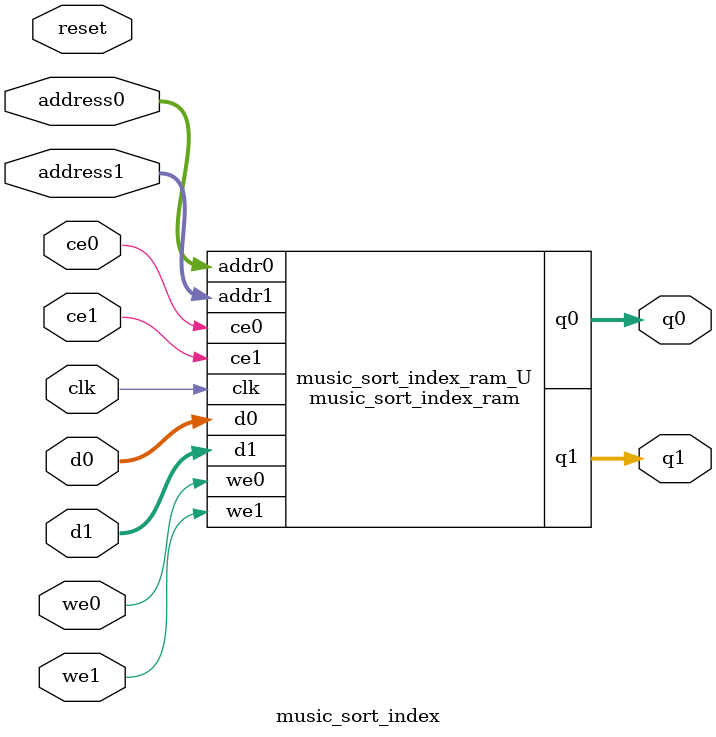
<source format=v>
`timescale 1 ns / 1 ps
module music_sort_index_ram (addr0, ce0, d0, we0, q0, addr1, ce1, d1, we1, q1,  clk);

parameter DWIDTH = 3;
parameter AWIDTH = 2;
parameter MEM_SIZE = 4;

input[AWIDTH-1:0] addr0;
input ce0;
input[DWIDTH-1:0] d0;
input we0;
output reg[DWIDTH-1:0] q0;
input[AWIDTH-1:0] addr1;
input ce1;
input[DWIDTH-1:0] d1;
input we1;
output reg[DWIDTH-1:0] q1;
input clk;

(* ram_style = "block" *)reg [DWIDTH-1:0] ram[0:MEM_SIZE-1];




always @(posedge clk)  
begin 
    if (ce0) 
    begin
        if (we0) 
        begin 
            ram[addr0] <= d0; 
        end 
        q0 <= ram[addr0];
    end
end


always @(posedge clk)  
begin 
    if (ce1) 
    begin
        if (we1) 
        begin 
            ram[addr1] <= d1; 
        end 
        q1 <= ram[addr1];
    end
end


endmodule

`timescale 1 ns / 1 ps
module music_sort_index(
    reset,
    clk,
    address0,
    ce0,
    we0,
    d0,
    q0,
    address1,
    ce1,
    we1,
    d1,
    q1);

parameter DataWidth = 32'd3;
parameter AddressRange = 32'd4;
parameter AddressWidth = 32'd2;
input reset;
input clk;
input[AddressWidth - 1:0] address0;
input ce0;
input we0;
input[DataWidth - 1:0] d0;
output[DataWidth - 1:0] q0;
input[AddressWidth - 1:0] address1;
input ce1;
input we1;
input[DataWidth - 1:0] d1;
output[DataWidth - 1:0] q1;



music_sort_index_ram music_sort_index_ram_U(
    .clk( clk ),
    .addr0( address0 ),
    .ce0( ce0 ),
    .we0( we0 ),
    .d0( d0 ),
    .q0( q0 ),
    .addr1( address1 ),
    .ce1( ce1 ),
    .we1( we1 ),
    .d1( d1 ),
    .q1( q1 ));

endmodule


</source>
